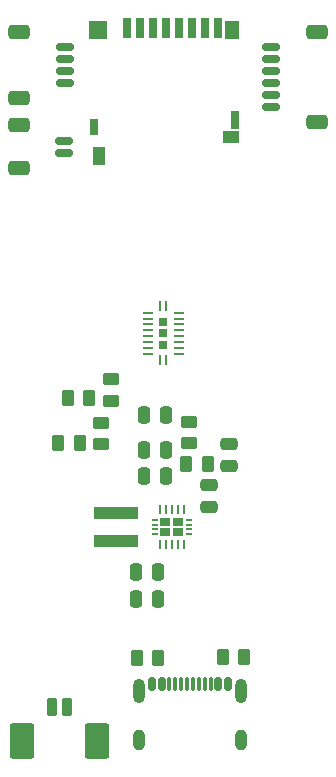
<source format=gbr>
%TF.GenerationSoftware,KiCad,Pcbnew,9.0.0*%
%TF.CreationDate,2025-04-24T12:01:06-04:00*%
%TF.ProjectId,Tiny4FSKGeneralShield,54696e79-3446-4534-9b47-656e6572616c,rev?*%
%TF.SameCoordinates,Original*%
%TF.FileFunction,Paste,Top*%
%TF.FilePolarity,Positive*%
%FSLAX46Y46*%
G04 Gerber Fmt 4.6, Leading zero omitted, Abs format (unit mm)*
G04 Created by KiCad (PCBNEW 9.0.0) date 2025-04-24 12:01:06*
%MOMM*%
%LPD*%
G01*
G04 APERTURE LIST*
G04 Aperture macros list*
%AMRoundRect*
0 Rectangle with rounded corners*
0 $1 Rounding radius*
0 $2 $3 $4 $5 $6 $7 $8 $9 X,Y pos of 4 corners*
0 Add a 4 corners polygon primitive as box body*
4,1,4,$2,$3,$4,$5,$6,$7,$8,$9,$2,$3,0*
0 Add four circle primitives for the rounded corners*
1,1,$1+$1,$2,$3*
1,1,$1+$1,$4,$5*
1,1,$1+$1,$6,$7*
1,1,$1+$1,$8,$9*
0 Add four rect primitives between the rounded corners*
20,1,$1+$1,$2,$3,$4,$5,0*
20,1,$1+$1,$4,$5,$6,$7,0*
20,1,$1+$1,$6,$7,$8,$9,0*
20,1,$1+$1,$8,$9,$2,$3,0*%
G04 Aperture macros list end*
%ADD10RoundRect,0.250000X-0.475000X0.250000X-0.475000X-0.250000X0.475000X-0.250000X0.475000X0.250000X0*%
%ADD11RoundRect,0.150000X0.625000X-0.150000X0.625000X0.150000X-0.625000X0.150000X-0.625000X-0.150000X0*%
%ADD12RoundRect,0.250000X0.650000X-0.350000X0.650000X0.350000X-0.650000X0.350000X-0.650000X-0.350000X0*%
%ADD13RoundRect,0.250000X0.250000X0.475000X-0.250000X0.475000X-0.250000X-0.475000X0.250000X-0.475000X0*%
%ADD14RoundRect,0.250000X0.475000X-0.250000X0.475000X0.250000X-0.475000X0.250000X-0.475000X-0.250000X0*%
%ADD15RoundRect,0.250000X0.262500X0.450000X-0.262500X0.450000X-0.262500X-0.450000X0.262500X-0.450000X0*%
%ADD16RoundRect,0.150000X-0.625000X0.150000X-0.625000X-0.150000X0.625000X-0.150000X0.625000X0.150000X0*%
%ADD17RoundRect,0.250000X-0.650000X0.350000X-0.650000X-0.350000X0.650000X-0.350000X0.650000X0.350000X0*%
%ADD18R,0.800000X0.800000*%
%ADD19R,0.240000X0.900000*%
%ADD20R,0.900000X0.240000*%
%ADD21RoundRect,0.250000X0.450000X-0.262500X0.450000X0.262500X-0.450000X0.262500X-0.450000X-0.262500X0*%
%ADD22RoundRect,0.250000X-0.262500X-0.450000X0.262500X-0.450000X0.262500X0.450000X-0.262500X0.450000X0*%
%ADD23RoundRect,0.150000X-0.150000X-0.425000X0.150000X-0.425000X0.150000X0.425000X-0.150000X0.425000X0*%
%ADD24RoundRect,0.075000X-0.075000X-0.500000X0.075000X-0.500000X0.075000X0.500000X-0.075000X0.500000X0*%
%ADD25O,1.000000X2.100000*%
%ADD26O,1.000000X1.800000*%
%ADD27R,0.700000X1.750000*%
%ADD28R,1.450000X1.000000*%
%ADD29R,1.000000X1.550000*%
%ADD30R,0.800000X1.500000*%
%ADD31R,1.300000X1.500000*%
%ADD32R,1.500000X1.500000*%
%ADD33R,0.800000X1.400000*%
%ADD34R,3.800000X1.000000*%
%ADD35R,0.230000X0.230000*%
%ADD36O,0.230000X0.800000*%
%ADD37R,0.600000X0.230000*%
%ADD38R,0.600000X0.150000*%
%ADD39R,0.900000X0.650000*%
%ADD40RoundRect,0.200000X-0.200000X-0.600000X0.200000X-0.600000X0.200000X0.600000X-0.200000X0.600000X0*%
%ADD41RoundRect,0.250001X-0.799999X-1.249999X0.799999X-1.249999X0.799999X1.249999X-0.799999X1.249999X0*%
%ADD42RoundRect,0.250000X-0.450000X0.262500X-0.450000X-0.262500X0.450000X-0.262500X0.450000X0.262500X0*%
G04 APERTURE END LIST*
D10*
%TO.C,C4*%
X153933908Y-99115286D03*
X153933908Y-101015286D03*
%TD*%
D11*
%TO.C,J10*%
X157527000Y-70575772D03*
X157527000Y-69575772D03*
X157527000Y-68575772D03*
X157527000Y-67575772D03*
X157527000Y-66575772D03*
X157527000Y-65575772D03*
D12*
X161402000Y-71875772D03*
X161402000Y-64275772D03*
%TD*%
D13*
%TO.C,C6*%
X147952000Y-109976772D03*
X146052000Y-109976772D03*
%TD*%
%TO.C,C9*%
X148627000Y-96665772D03*
X146727000Y-96665772D03*
%TD*%
D14*
%TO.C,C3*%
X152227000Y-104525772D03*
X152227000Y-102625772D03*
%TD*%
D15*
%TO.C,R1*%
X147939500Y-117285772D03*
X146114500Y-117285772D03*
%TD*%
D13*
%TO.C,C5*%
X147952000Y-112276772D03*
X146052000Y-112276772D03*
%TD*%
D16*
%TO.C,J5*%
X140027000Y-65575772D03*
X140027000Y-66575772D03*
X140027000Y-67575772D03*
X140027000Y-68575772D03*
D17*
X136152000Y-64275772D03*
X136152000Y-69875772D03*
%TD*%
D18*
%TO.C,U1*%
X148377000Y-88825772D03*
X148377000Y-89775772D03*
X148377000Y-90725772D03*
D19*
X148127000Y-87475772D03*
D20*
X147077000Y-88025772D03*
X147077000Y-88525772D03*
X147077000Y-89025772D03*
X147077000Y-89525772D03*
X147077000Y-90025772D03*
X147077000Y-90525772D03*
X147077000Y-91025772D03*
X147077000Y-91525772D03*
D19*
X148127000Y-92075772D03*
X148627000Y-92075772D03*
D20*
X149677000Y-91525772D03*
X149677000Y-91025772D03*
X149677000Y-90525772D03*
X149677000Y-90025772D03*
X149677000Y-89525772D03*
X149677000Y-89025772D03*
X149677000Y-88525772D03*
X149677000Y-88025772D03*
D19*
X148627000Y-87475772D03*
%TD*%
D21*
%TO.C,R4*%
X143905784Y-95472870D03*
X143905784Y-93647870D03*
%TD*%
D22*
%TO.C,R2*%
X153414500Y-117175772D03*
X155239500Y-117175772D03*
%TD*%
D13*
%TO.C,C8*%
X148627000Y-99675772D03*
X146727000Y-99675772D03*
%TD*%
%TO.C,C7*%
X148627000Y-101875772D03*
X146727000Y-101875772D03*
%TD*%
D23*
%TO.C,J2*%
X147427000Y-119495772D03*
X148227000Y-119495772D03*
D24*
X149377000Y-119495772D03*
X150377000Y-119495772D03*
X150877000Y-119495772D03*
X151877000Y-119495772D03*
D23*
X153027000Y-119495772D03*
X153827000Y-119495772D03*
X153827000Y-119495772D03*
X153027000Y-119495772D03*
D24*
X152377000Y-119495772D03*
X151377000Y-119495772D03*
X149877000Y-119495772D03*
X148877000Y-119495772D03*
D23*
X148227000Y-119495772D03*
X147427000Y-119495772D03*
D25*
X146307000Y-120070772D03*
D26*
X146307000Y-124250772D03*
D25*
X154947000Y-120070772D03*
D26*
X154947000Y-124250772D03*
%TD*%
D27*
%TO.C,J1*%
X145302000Y-63950772D03*
X146402000Y-63950772D03*
X147502000Y-63950772D03*
X148602000Y-63950772D03*
X149702000Y-63950772D03*
X150802000Y-63950772D03*
X151902000Y-63950772D03*
X153002000Y-63950772D03*
D28*
X154127000Y-73175772D03*
D29*
X142902000Y-74750772D03*
D30*
X154452000Y-71675772D03*
D31*
X154202000Y-64075772D03*
D32*
X142852000Y-64075772D03*
D33*
X142502000Y-72325772D03*
%TD*%
D22*
%TO.C,R5*%
X139493284Y-99060370D03*
X141318284Y-99060370D03*
%TD*%
D34*
%TO.C,L1*%
X144402000Y-104976772D03*
X144402000Y-107376772D03*
%TD*%
D22*
%TO.C,R3*%
X140293284Y-95260370D03*
X142118284Y-95260370D03*
%TD*%
%TO.C,R9*%
X150321408Y-100865286D03*
X152146408Y-100865286D03*
%TD*%
D21*
%TO.C,R6*%
X143118284Y-99172870D03*
X143118284Y-97347870D03*
%TD*%
D16*
%TO.C,J11*%
X140002000Y-73475772D03*
X140002000Y-74475772D03*
D17*
X136127000Y-72175772D03*
X136127000Y-75775772D03*
%TD*%
D35*
%TO.C,U3*%
X148102000Y-107935772D03*
D36*
X148102000Y-107650772D03*
D35*
X148602000Y-107935772D03*
D36*
X148602000Y-107650772D03*
D35*
X149102000Y-107935772D03*
D36*
X149102000Y-107650772D03*
D35*
X149602000Y-107935772D03*
D36*
X149602000Y-107650772D03*
D35*
X150102000Y-107935772D03*
D36*
X150102000Y-107650772D03*
X150102000Y-104700772D03*
D35*
X150102000Y-104415772D03*
D36*
X149602000Y-104700772D03*
D35*
X149602000Y-104415772D03*
D36*
X149102000Y-104700772D03*
D35*
X149102000Y-104415772D03*
D36*
X148602000Y-104700772D03*
D35*
X148602000Y-104415772D03*
D36*
X148102000Y-104700772D03*
D35*
X148102000Y-104415772D03*
D37*
X147677000Y-106775772D03*
D38*
X147677000Y-106775772D03*
D37*
X150527000Y-106775772D03*
D38*
X150527000Y-106775772D03*
D39*
X148542000Y-106610772D03*
X149662000Y-106610772D03*
D37*
X147677000Y-106375772D03*
D38*
X147677000Y-106375772D03*
D37*
X150527000Y-106375772D03*
D38*
X150527000Y-106375772D03*
D37*
X147677000Y-105975772D03*
D38*
X147677000Y-105975772D03*
D37*
X150527000Y-105975772D03*
D38*
X150527000Y-105975772D03*
D39*
X148542000Y-105740772D03*
X149662000Y-105740772D03*
D37*
X147677000Y-105575772D03*
D38*
X147677000Y-105575772D03*
D37*
X150527000Y-105575772D03*
D38*
X150527000Y-105575772D03*
%TD*%
D40*
%TO.C,J9*%
X138977000Y-121375772D03*
X140227000Y-121375772D03*
D41*
X136427000Y-124275772D03*
X142777000Y-124275772D03*
%TD*%
D42*
%TO.C,R7*%
X150533908Y-97252786D03*
X150533908Y-99077786D03*
%TD*%
M02*

</source>
